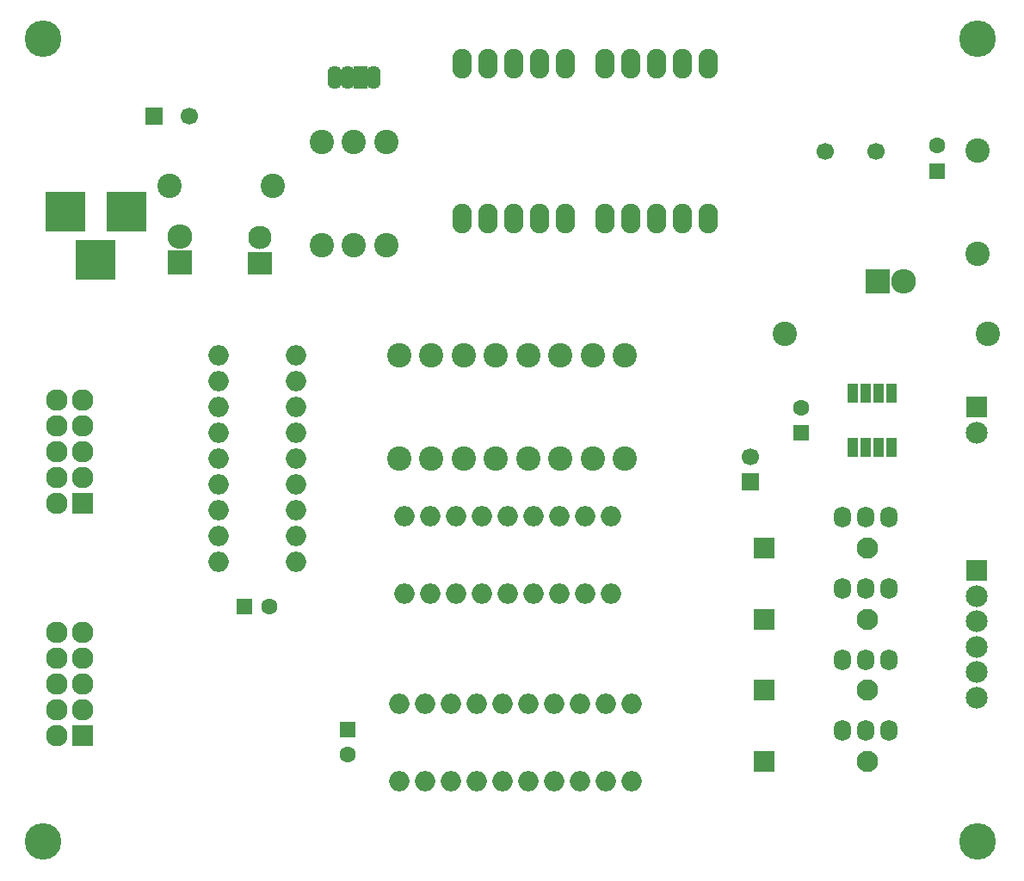
<source format=gts>
G04 #@! TF.FileFunction,Soldermask,Top*
%FSLAX46Y46*%
G04 Gerber Fmt 4.6, Leading zero omitted, Abs format (unit mm)*
G04 Created by KiCad (PCBNEW 4.0.5) date 03/29/17 16:27:12*
%MOMM*%
%LPD*%
G01*
G04 APERTURE LIST*
%ADD10C,0.100000*%
%ADD11C,3.600000*%
%ADD12O,1.924000X2.924000*%
%ADD13C,2.398980*%
%ADD14C,1.700000*%
%ADD15R,1.700000X1.700000*%
%ADD16R,1.600000X1.600000*%
%ADD17C,1.600000*%
%ADD18R,2.127200X2.127200*%
%ADD19O,2.127200X2.127200*%
%ADD20R,2.400000X2.300000*%
%ADD21C,2.300000*%
%ADD22O,2.000000X2.000000*%
%ADD23R,1.000000X1.950000*%
%ADD24R,3.900120X3.900120*%
%ADD25R,2.150000X2.150000*%
%ADD26C,2.150000*%
%ADD27O,1.400000X2.305000*%
%ADD28R,1.400000X2.305000*%
%ADD29C,2.099260*%
%ADD30R,2.099260X2.099260*%
%ADD31O,1.700000X2.100000*%
%ADD32R,2.432000X2.432000*%
%ADD33O,2.432000X2.432000*%
G04 APERTURE END LIST*
D10*
D11*
X104010000Y-132970000D03*
X196010000Y-132970000D03*
X196010000Y-53970000D03*
D12*
X145300000Y-71620000D03*
X147840000Y-71620000D03*
X150380000Y-71620000D03*
X152920000Y-71620000D03*
X155460000Y-71620000D03*
X155460000Y-56380000D03*
X152920000Y-56380000D03*
X150380000Y-56380000D03*
X147840000Y-56380000D03*
X145300000Y-56380000D03*
D13*
X139065000Y-95250000D03*
X139065000Y-85090000D03*
D14*
X186010000Y-65000000D03*
X181010000Y-65000000D03*
X118435000Y-61595000D03*
D15*
X114935000Y-61595000D03*
D14*
X173670000Y-95060000D03*
D15*
X173670000Y-97560000D03*
D16*
X178645000Y-92760000D03*
D17*
X178645000Y-90260000D03*
D16*
X133985000Y-121920000D03*
D17*
X133985000Y-124420000D03*
D16*
X123825000Y-109855000D03*
D17*
X126325000Y-109855000D03*
D18*
X107950000Y-99695000D03*
D19*
X105410000Y-99695000D03*
X107950000Y-97155000D03*
X105410000Y-97155000D03*
X107950000Y-94615000D03*
X105410000Y-94615000D03*
X107950000Y-92075000D03*
X105410000Y-92075000D03*
X107950000Y-89535000D03*
X105410000Y-89535000D03*
D18*
X107950000Y-122555000D03*
D19*
X105410000Y-122555000D03*
X107950000Y-120015000D03*
X105410000Y-120015000D03*
X107950000Y-117475000D03*
X105410000Y-117475000D03*
X107950000Y-114935000D03*
X105410000Y-114935000D03*
X107950000Y-112395000D03*
X105410000Y-112395000D03*
D20*
X125410000Y-76010000D03*
D21*
X125410000Y-73470000D03*
D12*
X159300000Y-71620000D03*
X161840000Y-71620000D03*
X164380000Y-71620000D03*
X166920000Y-71620000D03*
X169460000Y-71620000D03*
X169460000Y-56380000D03*
X166920000Y-56380000D03*
X164380000Y-56380000D03*
X161840000Y-56380000D03*
X159300000Y-56380000D03*
D22*
X121285000Y-85090000D03*
X121285000Y-87630000D03*
X121285000Y-90170000D03*
X121285000Y-92710000D03*
X121285000Y-95250000D03*
X121285000Y-97790000D03*
X121285000Y-100330000D03*
X121285000Y-102870000D03*
X121285000Y-105410000D03*
X128905000Y-105410000D03*
X128905000Y-102870000D03*
X128905000Y-100330000D03*
X128905000Y-97790000D03*
X128905000Y-95250000D03*
X128905000Y-92710000D03*
X128905000Y-90170000D03*
X128905000Y-87630000D03*
X128905000Y-85090000D03*
X139065000Y-127000000D03*
X141605000Y-127000000D03*
X144145000Y-127000000D03*
X146685000Y-127000000D03*
X149225000Y-127000000D03*
X151765000Y-127000000D03*
X154305000Y-127000000D03*
X156845000Y-127000000D03*
X159385000Y-127000000D03*
X161925000Y-127000000D03*
X161925000Y-119380000D03*
X159385000Y-119380000D03*
X156845000Y-119380000D03*
X154305000Y-119380000D03*
X151765000Y-119380000D03*
X149225000Y-119380000D03*
X146685000Y-119380000D03*
X144145000Y-119380000D03*
X141605000Y-119380000D03*
X139065000Y-119380000D03*
D23*
X187535000Y-88790000D03*
X186265000Y-88790000D03*
X184995000Y-88790000D03*
X183725000Y-88790000D03*
X183725000Y-94190000D03*
X184995000Y-94190000D03*
X186265000Y-94190000D03*
X187535000Y-94190000D03*
D24*
X112245140Y-70970000D03*
X106245660Y-70970000D03*
X109245400Y-75669000D03*
D13*
X116520000Y-68390000D03*
X126680000Y-68390000D03*
X131445000Y-64135000D03*
X131445000Y-74295000D03*
X134620000Y-64135000D03*
X134620000Y-74295000D03*
X137795000Y-64135000D03*
X137795000Y-74295000D03*
X142240000Y-95250000D03*
X142240000Y-85090000D03*
X145415000Y-95250000D03*
X145415000Y-85090000D03*
X148590000Y-95250000D03*
X148590000Y-85090000D03*
X151765000Y-95250000D03*
X151765000Y-85090000D03*
X154940000Y-95250000D03*
X154940000Y-85090000D03*
X158115000Y-95250000D03*
X158115000Y-85090000D03*
X161290000Y-95250000D03*
X161290000Y-85090000D03*
X196010000Y-64970000D03*
X196010000Y-75130000D03*
D25*
X195920000Y-90190000D03*
D26*
X195920000Y-92690000D03*
D25*
X195920000Y-106280000D03*
D26*
X195920000Y-108780000D03*
X195920000Y-111280000D03*
X195920000Y-113780000D03*
X195920000Y-116280000D03*
X195920000Y-118780000D03*
D27*
X136525000Y-57785000D03*
D28*
X135255000Y-57785000D03*
D27*
X133985000Y-57785000D03*
X132715000Y-57785000D03*
D29*
X185150520Y-125057460D03*
D30*
X174990520Y-125057460D03*
D29*
X185150520Y-118057460D03*
D30*
X174990520Y-118057460D03*
D29*
X185150520Y-111057460D03*
D30*
X174990520Y-111057460D03*
D29*
X185150520Y-104057460D03*
D30*
X174990520Y-104057460D03*
D31*
X184990000Y-122060000D03*
X182698920Y-122060000D03*
X187281080Y-122060000D03*
X184990000Y-115060000D03*
X182698920Y-115060000D03*
X187281080Y-115060000D03*
X184990000Y-108060000D03*
X182698920Y-108060000D03*
X187281080Y-108060000D03*
X184990000Y-101060000D03*
X182698920Y-101060000D03*
X187281080Y-101060000D03*
D16*
X192010000Y-66970000D03*
D17*
X192010000Y-64470000D03*
D32*
X117475000Y-75970000D03*
D33*
X117475000Y-73430000D03*
D32*
X186154100Y-77800700D03*
D33*
X188694100Y-77800700D03*
D13*
X197010000Y-82970000D03*
X177010000Y-82970000D03*
D22*
X139634000Y-108585000D03*
X142174000Y-108585000D03*
X144714000Y-108585000D03*
X147254000Y-108585000D03*
X149794000Y-108585000D03*
X152334000Y-108585000D03*
X154874000Y-108585000D03*
X157414000Y-108585000D03*
X159954000Y-108585000D03*
X159954000Y-100965000D03*
X157414000Y-100965000D03*
X154874000Y-100965000D03*
X152334000Y-100965000D03*
X149794000Y-100965000D03*
X147254000Y-100965000D03*
X144714000Y-100965000D03*
X142174000Y-100965000D03*
X139634000Y-100965000D03*
D11*
X104010000Y-53970000D03*
M02*

</source>
